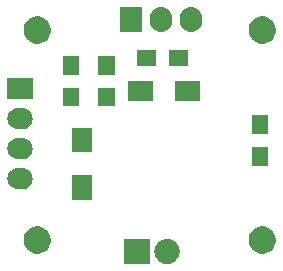
<source format=gbs>
G04 #@! TF.FileFunction,Soldermask,Bot*
%FSLAX46Y46*%
G04 Gerber Fmt 4.6, Leading zero omitted, Abs format (unit mm)*
G04 Created by KiCad (PCBNEW 4.0.2-stable) date Wednesday, January 18, 2017 'PMt' 01:38:14 PM*
%MOMM*%
G01*
G04 APERTURE LIST*
%ADD10C,0.100000*%
G04 APERTURE END LIST*
D10*
G36*
X143279963Y-104042321D02*
X143279968Y-104042323D01*
X143280010Y-104042327D01*
X143478902Y-104103894D01*
X143662047Y-104202921D01*
X143822470Y-104335634D01*
X143954060Y-104496980D01*
X144051806Y-104680812D01*
X144111983Y-104880129D01*
X144132300Y-105087338D01*
X144132300Y-105097696D01*
X144132211Y-105110501D01*
X144132210Y-105110507D01*
X144132196Y-105112557D01*
X144108988Y-105319462D01*
X144046034Y-105517919D01*
X143945731Y-105700369D01*
X143811901Y-105859861D01*
X143649640Y-105990322D01*
X143465130Y-106086782D01*
X143265398Y-106145566D01*
X143265362Y-106145569D01*
X143265353Y-106145572D01*
X143058055Y-106164438D01*
X142851037Y-106142679D01*
X142851032Y-106142677D01*
X142850990Y-106142673D01*
X142652098Y-106081106D01*
X142468953Y-105982079D01*
X142308530Y-105849366D01*
X142176940Y-105688020D01*
X142079194Y-105504188D01*
X142019017Y-105304871D01*
X141998700Y-105097662D01*
X141998700Y-105087304D01*
X141998789Y-105074499D01*
X141998790Y-105074493D01*
X141998804Y-105072443D01*
X142022012Y-104865538D01*
X142084966Y-104667081D01*
X142185269Y-104484631D01*
X142319099Y-104325139D01*
X142481360Y-104194678D01*
X142665870Y-104098218D01*
X142865602Y-104039434D01*
X142865638Y-104039431D01*
X142865647Y-104039428D01*
X143072945Y-104020562D01*
X143279963Y-104042321D01*
X143279963Y-104042321D01*
G37*
G36*
X141592300Y-106159300D02*
X139458700Y-106159300D01*
X139458700Y-104025700D01*
X141592300Y-104025700D01*
X141592300Y-106159300D01*
X141592300Y-106159300D01*
G37*
G36*
X132200877Y-102989964D02*
X132421944Y-103035344D01*
X132630000Y-103122802D01*
X132817100Y-103249003D01*
X132976124Y-103409140D01*
X133101013Y-103597115D01*
X133187015Y-103805770D01*
X133230781Y-104026809D01*
X133230781Y-104026814D01*
X133230849Y-104027158D01*
X133227250Y-104284931D01*
X133227173Y-104285269D01*
X133227173Y-104285278D01*
X133177251Y-104505010D01*
X133085459Y-104711178D01*
X132955366Y-104895596D01*
X132791932Y-105051232D01*
X132601380Y-105172161D01*
X132390971Y-105253773D01*
X132168718Y-105292962D01*
X131943080Y-105288235D01*
X131722662Y-105239774D01*
X131515851Y-105149420D01*
X131330535Y-105020622D01*
X131173762Y-104858279D01*
X131051506Y-104668574D01*
X130968424Y-104458734D01*
X130927686Y-104236765D01*
X130930836Y-104011102D01*
X130977759Y-103790347D01*
X131066664Y-103582915D01*
X131194169Y-103396699D01*
X131355413Y-103238797D01*
X131544259Y-103115220D01*
X131753510Y-103030677D01*
X131975193Y-102988389D01*
X132200877Y-102989964D01*
X132200877Y-102989964D01*
G37*
G36*
X151250877Y-102989964D02*
X151471944Y-103035344D01*
X151680000Y-103122802D01*
X151867100Y-103249003D01*
X152026124Y-103409140D01*
X152151013Y-103597115D01*
X152237015Y-103805770D01*
X152280781Y-104026809D01*
X152280781Y-104026814D01*
X152280849Y-104027158D01*
X152277250Y-104284931D01*
X152277173Y-104285269D01*
X152277173Y-104285278D01*
X152227251Y-104505010D01*
X152135459Y-104711178D01*
X152005366Y-104895596D01*
X151841932Y-105051232D01*
X151651380Y-105172161D01*
X151440971Y-105253773D01*
X151218718Y-105292962D01*
X150993080Y-105288235D01*
X150772662Y-105239774D01*
X150565851Y-105149420D01*
X150380535Y-105020622D01*
X150223762Y-104858279D01*
X150101506Y-104668574D01*
X150018424Y-104458734D01*
X149977686Y-104236765D01*
X149980836Y-104011102D01*
X150027759Y-103790347D01*
X150116664Y-103582915D01*
X150244169Y-103396699D01*
X150405413Y-103238797D01*
X150594259Y-103115220D01*
X150803510Y-103030677D01*
X151025193Y-102988389D01*
X151250877Y-102989964D01*
X151250877Y-102989964D01*
G37*
G36*
X136740800Y-100713800D02*
X135039200Y-100713800D01*
X135039200Y-98612200D01*
X136740800Y-98612200D01*
X136740800Y-100713800D01*
X136740800Y-100713800D01*
G37*
G36*
X130787773Y-98018674D02*
X130787779Y-98018675D01*
X130789829Y-98018689D01*
X130967176Y-98038582D01*
X131137282Y-98092543D01*
X131293668Y-98178516D01*
X131430376Y-98293228D01*
X131542199Y-98432308D01*
X131624879Y-98590460D01*
X131675265Y-98761659D01*
X131675268Y-98761690D01*
X131675272Y-98761704D01*
X131691441Y-98939380D01*
X131672792Y-99116818D01*
X131672791Y-99116823D01*
X131672786Y-99116866D01*
X131620014Y-99287344D01*
X131535134Y-99444326D01*
X131421380Y-99581831D01*
X131283083Y-99694623D01*
X131125513Y-99778405D01*
X130954670Y-99829985D01*
X130777062Y-99847400D01*
X130461903Y-99847400D01*
X130451227Y-99847326D01*
X130451221Y-99847325D01*
X130449171Y-99847311D01*
X130271824Y-99827418D01*
X130101718Y-99773457D01*
X129945332Y-99687484D01*
X129808624Y-99572772D01*
X129696801Y-99433692D01*
X129614121Y-99275540D01*
X129563735Y-99104341D01*
X129563732Y-99104310D01*
X129563728Y-99104296D01*
X129547559Y-98926620D01*
X129566208Y-98749182D01*
X129566209Y-98749177D01*
X129566214Y-98749134D01*
X129618986Y-98578656D01*
X129703866Y-98421674D01*
X129817620Y-98284169D01*
X129955917Y-98171377D01*
X130113487Y-98087595D01*
X130284330Y-98036015D01*
X130461938Y-98018600D01*
X130777097Y-98018600D01*
X130787773Y-98018674D01*
X130787773Y-98018674D01*
G37*
G36*
X151640300Y-97845300D02*
X150238700Y-97845300D01*
X150238700Y-96243700D01*
X151640300Y-96243700D01*
X151640300Y-97845300D01*
X151640300Y-97845300D01*
G37*
G36*
X130787773Y-95478674D02*
X130787779Y-95478675D01*
X130789829Y-95478689D01*
X130967176Y-95498582D01*
X131137282Y-95552543D01*
X131293668Y-95638516D01*
X131430376Y-95753228D01*
X131542199Y-95892308D01*
X131624879Y-96050460D01*
X131675265Y-96221659D01*
X131675268Y-96221690D01*
X131675272Y-96221704D01*
X131691441Y-96399380D01*
X131672792Y-96576818D01*
X131672791Y-96576823D01*
X131672786Y-96576866D01*
X131620014Y-96747344D01*
X131535134Y-96904326D01*
X131421380Y-97041831D01*
X131283083Y-97154623D01*
X131125513Y-97238405D01*
X130954670Y-97289985D01*
X130777062Y-97307400D01*
X130461903Y-97307400D01*
X130451227Y-97307326D01*
X130451221Y-97307325D01*
X130449171Y-97307311D01*
X130271824Y-97287418D01*
X130101718Y-97233457D01*
X129945332Y-97147484D01*
X129808624Y-97032772D01*
X129696801Y-96893692D01*
X129614121Y-96735540D01*
X129563735Y-96564341D01*
X129563732Y-96564310D01*
X129563728Y-96564296D01*
X129547559Y-96386620D01*
X129566208Y-96209182D01*
X129566209Y-96209177D01*
X129566214Y-96209134D01*
X129618986Y-96038656D01*
X129703866Y-95881674D01*
X129817620Y-95744169D01*
X129955917Y-95631377D01*
X130113487Y-95547595D01*
X130284330Y-95496015D01*
X130461938Y-95478600D01*
X130777097Y-95478600D01*
X130787773Y-95478674D01*
X130787773Y-95478674D01*
G37*
G36*
X136740800Y-96713800D02*
X135039200Y-96713800D01*
X135039200Y-94612200D01*
X136740800Y-94612200D01*
X136740800Y-96713800D01*
X136740800Y-96713800D01*
G37*
G36*
X151640300Y-95145300D02*
X150238700Y-95145300D01*
X150238700Y-93543700D01*
X151640300Y-93543700D01*
X151640300Y-95145300D01*
X151640300Y-95145300D01*
G37*
G36*
X130787773Y-92938674D02*
X130787779Y-92938675D01*
X130789829Y-92938689D01*
X130967176Y-92958582D01*
X131137282Y-93012543D01*
X131293668Y-93098516D01*
X131430376Y-93213228D01*
X131542199Y-93352308D01*
X131624879Y-93510460D01*
X131675265Y-93681659D01*
X131675268Y-93681690D01*
X131675272Y-93681704D01*
X131691441Y-93859380D01*
X131672792Y-94036818D01*
X131672791Y-94036823D01*
X131672786Y-94036866D01*
X131620014Y-94207344D01*
X131535134Y-94364326D01*
X131421380Y-94501831D01*
X131283083Y-94614623D01*
X131125513Y-94698405D01*
X130954670Y-94749985D01*
X130777062Y-94767400D01*
X130461903Y-94767400D01*
X130451227Y-94767326D01*
X130451221Y-94767325D01*
X130449171Y-94767311D01*
X130271824Y-94747418D01*
X130101718Y-94693457D01*
X129945332Y-94607484D01*
X129808624Y-94492772D01*
X129696801Y-94353692D01*
X129614121Y-94195540D01*
X129563735Y-94024341D01*
X129563732Y-94024310D01*
X129563728Y-94024296D01*
X129547559Y-93846620D01*
X129566208Y-93669182D01*
X129566209Y-93669177D01*
X129566214Y-93669134D01*
X129618986Y-93498656D01*
X129703866Y-93341674D01*
X129817620Y-93204169D01*
X129955917Y-93091377D01*
X130113487Y-93007595D01*
X130284330Y-92956015D01*
X130461938Y-92938600D01*
X130777097Y-92938600D01*
X130787773Y-92938674D01*
X130787773Y-92938674D01*
G37*
G36*
X135638300Y-92828800D02*
X134236700Y-92828800D01*
X134236700Y-91227200D01*
X135638300Y-91227200D01*
X135638300Y-92828800D01*
X135638300Y-92828800D01*
G37*
G36*
X138622800Y-92828800D02*
X137221200Y-92828800D01*
X137221200Y-91227200D01*
X138622800Y-91227200D01*
X138622800Y-92828800D01*
X138622800Y-92828800D01*
G37*
G36*
X145862300Y-92354300D02*
X143760700Y-92354300D01*
X143760700Y-90652700D01*
X145862300Y-90652700D01*
X145862300Y-92354300D01*
X145862300Y-92354300D01*
G37*
G36*
X141862300Y-92354300D02*
X139760700Y-92354300D01*
X139760700Y-90652700D01*
X141862300Y-90652700D01*
X141862300Y-92354300D01*
X141862300Y-92354300D01*
G37*
G36*
X131686300Y-92227400D02*
X129552700Y-92227400D01*
X129552700Y-90398600D01*
X131686300Y-90398600D01*
X131686300Y-92227400D01*
X131686300Y-92227400D01*
G37*
G36*
X135638300Y-90128800D02*
X134236700Y-90128800D01*
X134236700Y-88527200D01*
X135638300Y-88527200D01*
X135638300Y-90128800D01*
X135638300Y-90128800D01*
G37*
G36*
X138622800Y-90128800D02*
X137221200Y-90128800D01*
X137221200Y-88527200D01*
X138622800Y-88527200D01*
X138622800Y-90128800D01*
X138622800Y-90128800D01*
G37*
G36*
X142135300Y-89410300D02*
X140533700Y-89410300D01*
X140533700Y-88008700D01*
X142135300Y-88008700D01*
X142135300Y-89410300D01*
X142135300Y-89410300D01*
G37*
G36*
X144835300Y-89410300D02*
X143233700Y-89410300D01*
X143233700Y-88008700D01*
X144835300Y-88008700D01*
X144835300Y-89410300D01*
X144835300Y-89410300D01*
G37*
G36*
X151250877Y-85209964D02*
X151471944Y-85255344D01*
X151680000Y-85342802D01*
X151867100Y-85469003D01*
X152026124Y-85629140D01*
X152151013Y-85817115D01*
X152237015Y-86025770D01*
X152280781Y-86246809D01*
X152280781Y-86246814D01*
X152280849Y-86247158D01*
X152277250Y-86504931D01*
X152277173Y-86505269D01*
X152277173Y-86505278D01*
X152227251Y-86725010D01*
X152135459Y-86931178D01*
X152005366Y-87115596D01*
X151841932Y-87271232D01*
X151651380Y-87392161D01*
X151440971Y-87473773D01*
X151218718Y-87512962D01*
X150993080Y-87508235D01*
X150772662Y-87459774D01*
X150565851Y-87369420D01*
X150380535Y-87240622D01*
X150223762Y-87078279D01*
X150101506Y-86888574D01*
X150018424Y-86678734D01*
X149977686Y-86456765D01*
X149980836Y-86231102D01*
X150027759Y-86010347D01*
X150116664Y-85802915D01*
X150244169Y-85616699D01*
X150405413Y-85458797D01*
X150594259Y-85335220D01*
X150803510Y-85250677D01*
X151025193Y-85208389D01*
X151250877Y-85209964D01*
X151250877Y-85209964D01*
G37*
G36*
X132200877Y-85209964D02*
X132421944Y-85255344D01*
X132630000Y-85342802D01*
X132817100Y-85469003D01*
X132976124Y-85629140D01*
X133101013Y-85817115D01*
X133187015Y-86025770D01*
X133230781Y-86246809D01*
X133230781Y-86246814D01*
X133230849Y-86247158D01*
X133227250Y-86504931D01*
X133227173Y-86505269D01*
X133227173Y-86505278D01*
X133177251Y-86725010D01*
X133085459Y-86931178D01*
X132955366Y-87115596D01*
X132791932Y-87271232D01*
X132601380Y-87392161D01*
X132390971Y-87473773D01*
X132168718Y-87512962D01*
X131943080Y-87508235D01*
X131722662Y-87459774D01*
X131515851Y-87369420D01*
X131330535Y-87240622D01*
X131173762Y-87078279D01*
X131051506Y-86888574D01*
X130968424Y-86678734D01*
X130927686Y-86456765D01*
X130930836Y-86231102D01*
X130977759Y-86010347D01*
X131066664Y-85802915D01*
X131194169Y-85616699D01*
X131355413Y-85458797D01*
X131544259Y-85335220D01*
X131753510Y-85250677D01*
X131975193Y-85208389D01*
X132200877Y-85209964D01*
X132200877Y-85209964D01*
G37*
G36*
X145281318Y-84417708D02*
X145281323Y-84417709D01*
X145281366Y-84417714D01*
X145451844Y-84470486D01*
X145608826Y-84555366D01*
X145746331Y-84669120D01*
X145859123Y-84807417D01*
X145942905Y-84964987D01*
X145994485Y-85135830D01*
X146011900Y-85313438D01*
X146011900Y-85628597D01*
X146011826Y-85639273D01*
X146011825Y-85639279D01*
X146011811Y-85641329D01*
X145991918Y-85818676D01*
X145937957Y-85988782D01*
X145851984Y-86145168D01*
X145737272Y-86281876D01*
X145598192Y-86393699D01*
X145440040Y-86476379D01*
X145268841Y-86526765D01*
X145268810Y-86526768D01*
X145268796Y-86526772D01*
X145091120Y-86542941D01*
X144913682Y-86524292D01*
X144913677Y-86524291D01*
X144913634Y-86524286D01*
X144743156Y-86471514D01*
X144586174Y-86386634D01*
X144448669Y-86272880D01*
X144335877Y-86134583D01*
X144252095Y-85977013D01*
X144200515Y-85806170D01*
X144183100Y-85628562D01*
X144183100Y-85313403D01*
X144183174Y-85302727D01*
X144183175Y-85302721D01*
X144183189Y-85300671D01*
X144203082Y-85123324D01*
X144257043Y-84953218D01*
X144343016Y-84796832D01*
X144457728Y-84660124D01*
X144596808Y-84548301D01*
X144754960Y-84465621D01*
X144926159Y-84415235D01*
X144926190Y-84415232D01*
X144926204Y-84415228D01*
X145103880Y-84399059D01*
X145281318Y-84417708D01*
X145281318Y-84417708D01*
G37*
G36*
X142741318Y-84417708D02*
X142741323Y-84417709D01*
X142741366Y-84417714D01*
X142911844Y-84470486D01*
X143068826Y-84555366D01*
X143206331Y-84669120D01*
X143319123Y-84807417D01*
X143402905Y-84964987D01*
X143454485Y-85135830D01*
X143471900Y-85313438D01*
X143471900Y-85628597D01*
X143471826Y-85639273D01*
X143471825Y-85639279D01*
X143471811Y-85641329D01*
X143451918Y-85818676D01*
X143397957Y-85988782D01*
X143311984Y-86145168D01*
X143197272Y-86281876D01*
X143058192Y-86393699D01*
X142900040Y-86476379D01*
X142728841Y-86526765D01*
X142728810Y-86526768D01*
X142728796Y-86526772D01*
X142551120Y-86542941D01*
X142373682Y-86524292D01*
X142373677Y-86524291D01*
X142373634Y-86524286D01*
X142203156Y-86471514D01*
X142046174Y-86386634D01*
X141908669Y-86272880D01*
X141795877Y-86134583D01*
X141712095Y-85977013D01*
X141660515Y-85806170D01*
X141643100Y-85628562D01*
X141643100Y-85313403D01*
X141643174Y-85302727D01*
X141643175Y-85302721D01*
X141643189Y-85300671D01*
X141663082Y-85123324D01*
X141717043Y-84953218D01*
X141803016Y-84796832D01*
X141917728Y-84660124D01*
X142056808Y-84548301D01*
X142214960Y-84465621D01*
X142386159Y-84415235D01*
X142386190Y-84415232D01*
X142386204Y-84415228D01*
X142563880Y-84399059D01*
X142741318Y-84417708D01*
X142741318Y-84417708D01*
G37*
G36*
X140931900Y-86537800D02*
X139103100Y-86537800D01*
X139103100Y-84404200D01*
X140931900Y-84404200D01*
X140931900Y-86537800D01*
X140931900Y-86537800D01*
G37*
M02*

</source>
